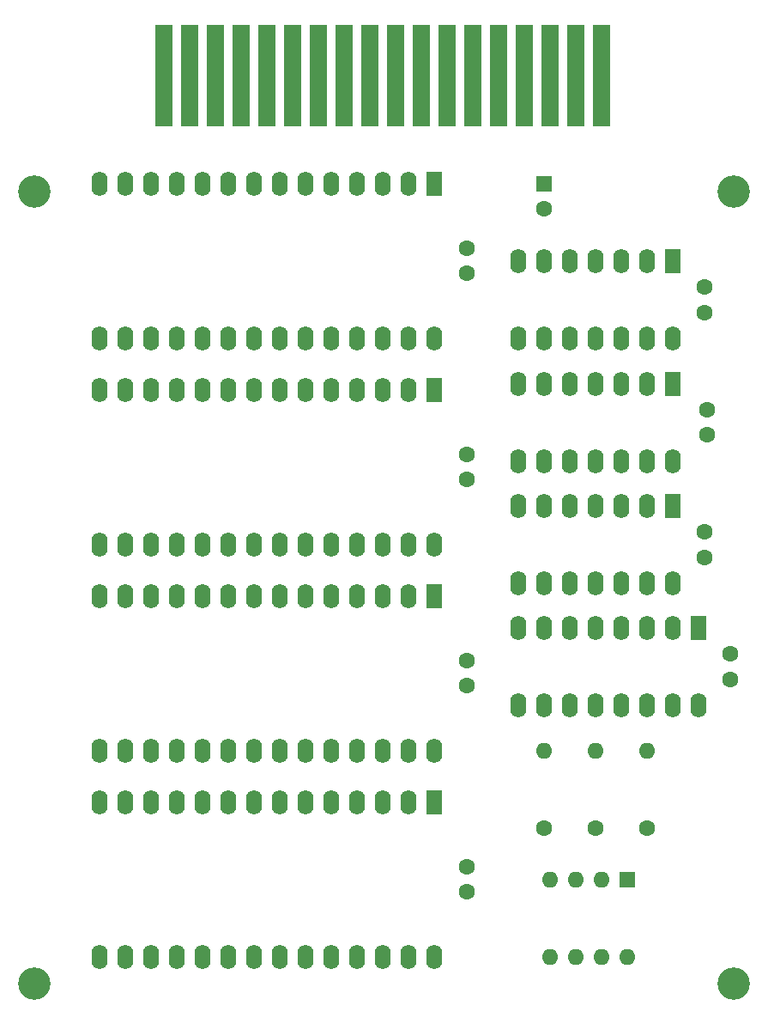
<source format=gts>
G04 #@! TF.GenerationSoftware,KiCad,Pcbnew,(5.1.9)-1*
G04 #@! TF.CreationDate,2025-03-23T14:15:07+09:00*
G04 #@! TF.ProjectId,PYUUTA32k,50595555-5441-4333-926b-2e6b69636164,rev?*
G04 #@! TF.SameCoordinates,PX53920b0PY93c3260*
G04 #@! TF.FileFunction,Soldermask,Top*
G04 #@! TF.FilePolarity,Negative*
%FSLAX46Y46*%
G04 Gerber Fmt 4.6, Leading zero omitted, Abs format (unit mm)*
G04 Created by KiCad (PCBNEW (5.1.9)-1) date 2025-03-23 14:15:07*
%MOMM*%
%LPD*%
G01*
G04 APERTURE LIST*
%ADD10C,3.200000*%
%ADD11C,1.600000*%
%ADD12R,1.780000X10.000000*%
%ADD13O,1.600000X1.600000*%
%ADD14R,1.600000X1.600000*%
%ADD15R,1.600000X2.400000*%
%ADD16O,1.600000X2.400000*%
G04 APERTURE END LIST*
D10*
X5000000Y83000000D03*
X74000000Y83000000D03*
X74000000Y5000000D03*
X5000000Y5000000D03*
D11*
X71120000Y49490000D03*
X71120000Y46990000D03*
X73660000Y37465000D03*
X73660000Y34965000D03*
X47625000Y14010000D03*
X47625000Y16510000D03*
X47625000Y36830000D03*
X47625000Y34330000D03*
X47625000Y57150000D03*
X47625000Y54650000D03*
X47625000Y74970000D03*
X47625000Y77470000D03*
D12*
X17780000Y94500000D03*
X20320000Y94500000D03*
X22860000Y94500000D03*
X25400000Y94500000D03*
X27940000Y94500000D03*
X30480000Y94500000D03*
X33020000Y94500000D03*
X35560000Y94500000D03*
X38100000Y94500000D03*
X40640000Y94500000D03*
X43180000Y94500000D03*
X45720000Y94500000D03*
X48260000Y94500000D03*
X50800000Y94500000D03*
X53340000Y94500000D03*
X55880000Y94500000D03*
X58420000Y94500000D03*
X60960000Y94500000D03*
D13*
X65405000Y27940000D03*
D11*
X65405000Y20320000D03*
X60325000Y20320000D03*
D13*
X60325000Y27940000D03*
X55245000Y27940000D03*
D11*
X55245000Y20320000D03*
D14*
X63500000Y15240000D03*
D13*
X55880000Y7620000D03*
X60960000Y15240000D03*
X58420000Y7620000D03*
X58420000Y15240000D03*
X60960000Y7620000D03*
X55880000Y15240000D03*
X63500000Y7620000D03*
D15*
X44450000Y22860000D03*
D16*
X11430000Y7620000D03*
X41910000Y22860000D03*
X13970000Y7620000D03*
X39370000Y22860000D03*
X16510000Y7620000D03*
X36830000Y22860000D03*
X19050000Y7620000D03*
X34290000Y22860000D03*
X21590000Y7620000D03*
X31750000Y22860000D03*
X24130000Y7620000D03*
X29210000Y22860000D03*
X26670000Y7620000D03*
X26670000Y22860000D03*
X29210000Y7620000D03*
X24130000Y22860000D03*
X31750000Y7620000D03*
X21590000Y22860000D03*
X34290000Y7620000D03*
X19050000Y22860000D03*
X36830000Y7620000D03*
X16510000Y22860000D03*
X39370000Y7620000D03*
X13970000Y22860000D03*
X41910000Y7620000D03*
X11430000Y22860000D03*
X44450000Y7620000D03*
D15*
X44450000Y43180000D03*
D16*
X11430000Y27940000D03*
X41910000Y43180000D03*
X13970000Y27940000D03*
X39370000Y43180000D03*
X16510000Y27940000D03*
X36830000Y43180000D03*
X19050000Y27940000D03*
X34290000Y43180000D03*
X21590000Y27940000D03*
X31750000Y43180000D03*
X24130000Y27940000D03*
X29210000Y43180000D03*
X26670000Y27940000D03*
X26670000Y43180000D03*
X29210000Y27940000D03*
X24130000Y43180000D03*
X31750000Y27940000D03*
X21590000Y43180000D03*
X34290000Y27940000D03*
X19050000Y43180000D03*
X36830000Y27940000D03*
X16510000Y43180000D03*
X39370000Y27940000D03*
X13970000Y43180000D03*
X41910000Y27940000D03*
X11430000Y43180000D03*
X44450000Y27940000D03*
X44450000Y48260000D03*
X11430000Y63500000D03*
X41910000Y48260000D03*
X13970000Y63500000D03*
X39370000Y48260000D03*
X16510000Y63500000D03*
X36830000Y48260000D03*
X19050000Y63500000D03*
X34290000Y48260000D03*
X21590000Y63500000D03*
X31750000Y48260000D03*
X24130000Y63500000D03*
X29210000Y48260000D03*
X26670000Y63500000D03*
X26670000Y48260000D03*
X29210000Y63500000D03*
X24130000Y48260000D03*
X31750000Y63500000D03*
X21590000Y48260000D03*
X34290000Y63500000D03*
X19050000Y48260000D03*
X36830000Y63500000D03*
X16510000Y48260000D03*
X39370000Y63500000D03*
X13970000Y48260000D03*
X41910000Y63500000D03*
X11430000Y48260000D03*
D15*
X44450000Y63500000D03*
D16*
X44450000Y68580000D03*
X11430000Y83820000D03*
X41910000Y68580000D03*
X13970000Y83820000D03*
X39370000Y68580000D03*
X16510000Y83820000D03*
X36830000Y68580000D03*
X19050000Y83820000D03*
X34290000Y68580000D03*
X21590000Y83820000D03*
X31750000Y68580000D03*
X24130000Y83820000D03*
X29210000Y68580000D03*
X26670000Y83820000D03*
X26670000Y68580000D03*
X29210000Y83820000D03*
X24130000Y68580000D03*
X31750000Y83820000D03*
X21590000Y68580000D03*
X34290000Y83820000D03*
X19050000Y68580000D03*
X36830000Y83820000D03*
X16510000Y68580000D03*
X39370000Y83820000D03*
X13970000Y68580000D03*
X41910000Y83820000D03*
X11430000Y68580000D03*
D15*
X44450000Y83820000D03*
X70485000Y40005000D03*
D16*
X52705000Y32385000D03*
X67945000Y40005000D03*
X55245000Y32385000D03*
X65405000Y40005000D03*
X57785000Y32385000D03*
X62865000Y40005000D03*
X60325000Y32385000D03*
X60325000Y40005000D03*
X62865000Y32385000D03*
X57785000Y40005000D03*
X65405000Y32385000D03*
X55245000Y40005000D03*
X67945000Y32385000D03*
X52705000Y40005000D03*
X70485000Y32385000D03*
D15*
X67945000Y52070000D03*
D16*
X52705000Y44450000D03*
X65405000Y52070000D03*
X55245000Y44450000D03*
X62865000Y52070000D03*
X57785000Y44450000D03*
X60325000Y52070000D03*
X60325000Y44450000D03*
X57785000Y52070000D03*
X62865000Y44450000D03*
X55245000Y52070000D03*
X65405000Y44450000D03*
X52705000Y52070000D03*
X67945000Y44450000D03*
D14*
X55245000Y83820000D03*
D11*
X55245000Y81320000D03*
X71120000Y73620000D03*
X71120000Y71120000D03*
X71374000Y59055000D03*
X71374000Y61555000D03*
D16*
X67945000Y68580000D03*
X52705000Y76200000D03*
X65405000Y68580000D03*
X55245000Y76200000D03*
X62865000Y68580000D03*
X57785000Y76200000D03*
X60325000Y68580000D03*
X60325000Y76200000D03*
X57785000Y68580000D03*
X62865000Y76200000D03*
X55245000Y68580000D03*
X65405000Y76200000D03*
X52705000Y68580000D03*
D15*
X67945000Y76200000D03*
X67999000Y64055000D03*
D16*
X52759000Y56435000D03*
X65459000Y64055000D03*
X55299000Y56435000D03*
X62919000Y64055000D03*
X57839000Y56435000D03*
X60379000Y64055000D03*
X60379000Y56435000D03*
X57839000Y64055000D03*
X62919000Y56435000D03*
X55299000Y64055000D03*
X65459000Y56435000D03*
X52759000Y64055000D03*
X67999000Y56435000D03*
M02*

</source>
